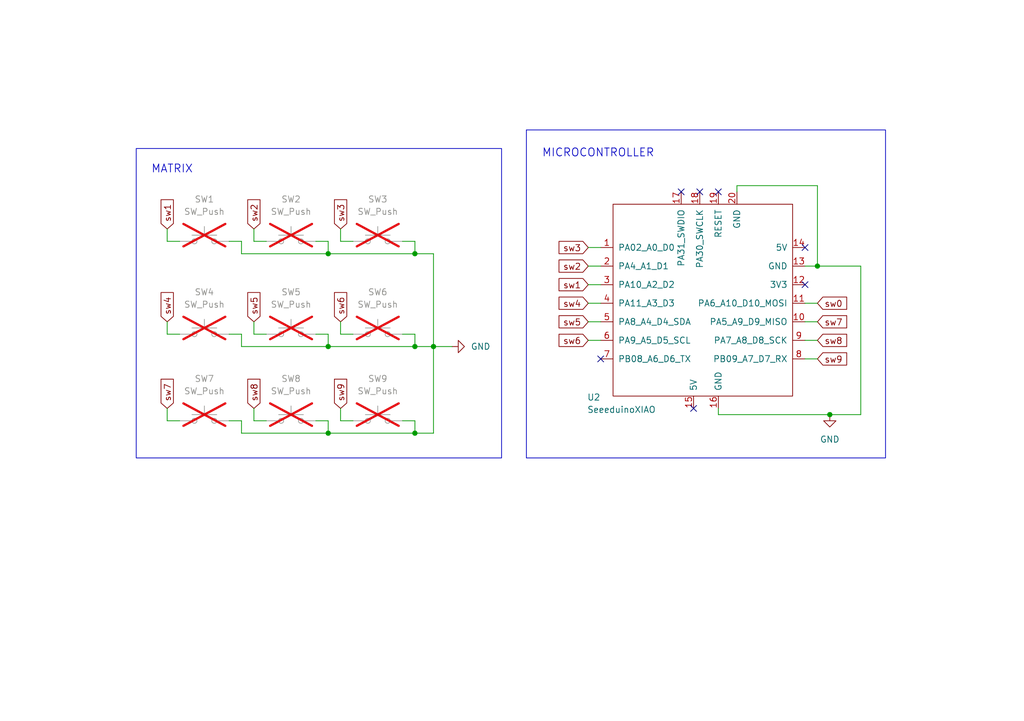
<source format=kicad_sch>
(kicad_sch (version 20231120) (generator "eeschema") (generator_version "8.0")
  (paper "A5")
  (title_block (title "Macro Keyboard 3x3") (date "2025-06-28") (rev "0.1"))
  (lib_symbols
    (symbol "Seeeduino XIAO:SeeeduinoXIAO" (pin_names (offset 1.016))
      (property "Reference" "U" (at -19.05 22.86 0))
      (property "Value" "SeeeduinoXIAO" (at -12.7 21.59 0))
      (symbol "SeeeduinoXIAO_0_1"
        (rectangle (start -19.05 20.32) (end 17.78 -19.05))
      )
      (symbol "SeeeduinoXIAO_1_1"
        (pin unspecified line (at -21.59 11.43 0) (length 2.54) (name "PA02_A0_D0") (number "1"))
        (pin unspecified line (at 20.32 -3.81 180) (length 2.54) (name "PA5_A9_D9_MISO") (number "10"))
        (pin unspecified line (at 20.32 0 180) (length 2.54) (name "PA6_A10_D10_MOSI") (number "11"))
        (pin unspecified line (at 20.32 3.81 180) (length 2.54) (name "3V3") (number "12"))
        (pin unspecified line (at 20.32 7.62 180) (length 2.54) (name "GND") (number "13"))
        (pin unspecified line (at 20.32 11.43 180) (length 2.54) (name "5V") (number "14"))
        (pin input line (at -2.54 -21.59 90) (length 2.54) (name "5V") (number "15"))
        (pin input line (at 2.54 -21.59 90) (length 2.54) (name "GND") (number "16"))
        (pin input line (at -5.08 22.86 270) (length 2.54) (name "PA31_SWDIO") (number "17"))
        (pin input line (at -1.27 22.86 270) (length 2.54) (name "PA30_SWCLK") (number "18"))
        (pin input line (at 2.54 22.86 270) (length 2.54) (name "RESET") (number "19"))
        (pin unspecified line (at -21.59 7.62 0) (length 2.54) (name "PA4_A1_D1") (number "2"))
        (pin input line (at 6.35 22.86 270) (length 2.54) (name "GND") (number "20"))
        (pin unspecified line (at -21.59 3.81 0) (length 2.54) (name "PA10_A2_D2") (number "3"))
        (pin unspecified line (at -21.59 0 0) (length 2.54) (name "PA11_A3_D3") (number "4"))
        (pin unspecified line (at -21.59 -3.81 0) (length 2.54) (name "PA8_A4_D4_SDA") (number "5"))
        (pin unspecified line (at -21.59 -7.62 0) (length 2.54) (name "PA9_A5_D5_SCL") (number "6"))
        (pin unspecified line (at -21.59 -11.43 0) (length 2.54) (name "PB08_A6_D6_TX") (number "7"))
        (pin unspecified line (at 20.32 -11.43 180) (length 2.54) (name "PB09_A7_D7_RX") (number "8"))
        (pin unspecified line (at 20.32 -7.62 180) (length 2.54) (name "PA7_A8_D8_SCK") (number "9"))
      )
    )
    (symbol "Switch:SW_Push" (pin_numbers hide) (pin_names (offset 1.016) hide)
      (property "Reference" "SW" (at 1.27 2.54 0))
      (property "Value" "SW_Push" (at 0 -1.524 0))
      (symbol "SW_Push_0_1"
        (circle (center -2.032 0) (radius 0.508))
        (polyline (pts (xy 0 1.27) (xy 0 3.048)))
        (polyline (pts (xy 2.54 1.27) (xy -2.54 1.27)))
        (circle (center 2.032 0) (radius 0.508))
        (pin passive line (at -5.08 0 0) (length 2.54) (name "1") (number "1"))
        (pin passive line (at 5.08 0 180) (length 2.54) (name "2") (number "2"))
      )
    )
    (symbol "power:GND" (power) (pin_numbers hide) (pin_names (offset 0) hide)
      (property "Value" "GND" (at 0 -3.81 0))
      (symbol "GND_0_1"
        (polyline (pts (xy 0 0) (xy 0 -1.27) (xy 1.27 -1.27) (xy 0 -2.54) (xy -1.27 -1.27) (xy 0 -1.27)))
      )
      (symbol "GND_1_1"
        (pin power_in line (at 0 0 270) (length 0) (name "~") (number "1"))
      )
    )
  )
  (junction (at 67.31 88.9))
  (junction (at 88.9 71.12))
  (junction (at 85.09 71.12))
  (junction (at 67.31 52.07))
  (junction (at 85.09 88.9))
  (junction (at 67.31 71.12))
  (junction (at 85.09 52.07))
  (junction (at 170.18 85.09))
  (junction (at 167.64 54.61))
  (no_connect (at 165.1 58.42))
  (no_connect (at 139.7 39.37))
  (no_connect (at 123.19 73.66))
  (no_connect (at 143.51 39.37))
  (no_connect (at 147.32 39.37))
  (no_connect (at 142.24 83.82))
  (no_connect (at 165.1 50.8))
  (wire (pts (xy 165.1 66.04) (xy 167.64 66.04)))
  (wire (pts (xy 88.9 88.9) (xy 85.09 88.9)))
  (wire (pts (xy 67.31 71.12) (xy 49.53 71.12)))
  (wire (pts (xy 49.53 88.9) (xy 49.53 86.36)))
  (wire (pts (xy 49.53 52.07) (xy 67.31 52.07)))
  (wire (pts (xy 67.31 52.07) (xy 85.09 52.07)))
  (wire (pts (xy 67.31 49.53) (xy 67.31 52.07)))
  (wire (pts (xy 120.65 50.8) (xy 123.19 50.8)))
  (wire (pts (xy 64.77 68.58) (xy 67.31 68.58)))
  (wire (pts (xy 54.61 68.58) (xy 52.07 68.58)))
  (wire (pts (xy 165.1 62.23) (xy 167.64 62.23)))
  (wire (pts (xy 69.85 66.04) (xy 69.85 68.58)))
  (wire (pts (xy 147.32 83.82) (xy 147.32 85.09)))
  (wire (pts (xy 85.09 68.58) (xy 85.09 71.12)))
  (wire (pts (xy 54.61 86.36) (xy 52.07 86.36)))
  (wire (pts (xy 46.99 68.58) (xy 49.53 68.58)))
  (wire (pts (xy 34.29 83.82) (xy 34.29 86.36)))
  (wire (pts (xy 88.9 52.07) (xy 88.9 71.12)))
  (wire (pts (xy 85.09 71.12) (xy 88.9 71.12)))
  (wire (pts (xy 49.53 71.12) (xy 49.53 68.58)))
  (wire (pts (xy 67.31 86.36) (xy 67.31 88.9)))
  (wire (pts (xy 165.1 73.66) (xy 167.64 73.66)))
  (wire (pts (xy 85.09 86.36) (xy 85.09 88.9)))
  (wire (pts (xy 69.85 46.99) (xy 69.85 49.53)))
  (wire (pts (xy 69.85 83.82) (xy 69.85 86.36)))
  (wire (pts (xy 120.65 58.42) (xy 123.19 58.42)))
  (wire (pts (xy 69.85 86.36) (xy 72.39 86.36)))
  (wire (pts (xy 120.65 54.61) (xy 123.19 54.61)))
  (wire (pts (xy 46.99 49.53) (xy 49.53 49.53)))
  (wire (pts (xy 176.53 54.61) (xy 176.53 85.09)))
  (wire (pts (xy 82.55 86.36) (xy 85.09 86.36)))
  (wire (pts (xy 36.83 86.36) (xy 34.29 86.36)))
  (wire (pts (xy 36.83 68.58) (xy 34.29 68.58)))
  (wire (pts (xy 52.07 83.82) (xy 52.07 86.36)))
  (wire (pts (xy 151.13 39.37) (xy 151.13 38.1)))
  (wire (pts (xy 151.13 38.1) (xy 167.64 38.1)))
  (wire (pts (xy 176.53 54.61) (xy 167.64 54.61)))
  (wire (pts (xy 85.09 88.9) (xy 67.31 88.9)))
  (wire (pts (xy 85.09 52.07) (xy 88.9 52.07)))
  (wire (pts (xy 67.31 68.58) (xy 67.31 71.12)))
  (wire (pts (xy 67.31 88.9) (xy 49.53 88.9)))
  (wire (pts (xy 167.64 38.1) (xy 167.64 54.61)))
  (wire (pts (xy 176.53 85.09) (xy 170.18 85.09)))
  (wire (pts (xy 120.65 69.85) (xy 123.19 69.85)))
  (wire (pts (xy 85.09 49.53) (xy 85.09 52.07)))
  (wire (pts (xy 64.77 49.53) (xy 67.31 49.53)))
  (wire (pts (xy 64.77 86.36) (xy 67.31 86.36)))
  (wire (pts (xy 49.53 49.53) (xy 49.53 52.07)))
  (wire (pts (xy 165.1 54.61) (xy 167.64 54.61)))
  (wire (pts (xy 165.1 69.85) (xy 167.64 69.85)))
  (wire (pts (xy 88.9 71.12) (xy 88.9 88.9)))
  (wire (pts (xy 67.31 71.12) (xy 85.09 71.12)))
  (wire (pts (xy 34.29 46.99) (xy 34.29 49.53)))
  (wire (pts (xy 36.83 49.53) (xy 34.29 49.53)))
  (wire (pts (xy 88.9 71.12) (xy 92.71 71.12)))
  (wire (pts (xy 72.39 68.58) (xy 69.85 68.58)))
  (wire (pts (xy 34.29 66.04) (xy 34.29 68.58)))
  (wire (pts (xy 54.61 49.53) (xy 52.07 49.53)))
  (wire (pts (xy 120.65 62.23) (xy 123.19 62.23)))
  (wire (pts (xy 120.65 66.04) (xy 123.19 66.04)))
  (wire (pts (xy 72.39 49.53) (xy 69.85 49.53)))
  (wire (pts (xy 52.07 46.99) (xy 52.07 49.53)))
  (wire (pts (xy 52.07 66.04) (xy 52.07 68.58)))
  (wire (pts (xy 82.55 68.58) (xy 85.09 68.58)))
  (wire (pts (xy 147.32 85.09) (xy 170.18 85.09)))
  (wire (pts (xy 82.55 49.53) (xy 85.09 49.53)))
  (wire (pts (xy 46.99 86.36) (xy 49.53 86.36)))
  (rectangle (start 27.94 30.48) (end 102.87 93.98))
  (rectangle (start 107.95 26.67) (end 181.61 93.98))
  (text "MICROCONTROLLER" (at 122.682 31.496 0) (effects (font (size 1.6256 1.6256))))
  (text "MATRIX" (at 35.306 34.798 0) (effects (font (size 1.6256 1.6256))))
  (global_label "sw1" (shape input) (at 34.29 46.99 90) (property "Intersheetrefs" "${INTERSHEET_REFS}" (effects (hide yes))))
  (global_label "sw4" (shape input) (at 34.29 66.04 90) (property "Intersheetrefs" "${INTERSHEET_REFS}" (effects (hide yes))))
  (global_label "sw8" (shape input) (at 52.07 83.82 90) (property "Intersheetrefs" "${INTERSHEET_REFS}" (effects (hide yes))))
  (global_label "sw5" (shape input) (at 52.07 66.04 90) (property "Intersheetrefs" "${INTERSHEET_REFS}" (effects (hide yes))))
  (global_label "sw6" (shape input) (at 69.85 66.04 90) (property "Intersheetrefs" "${INTERSHEET_REFS}" (effects (hide yes))))
  (global_label "sw3" (shape input) (at 120.65 50.8 180) (property "Intersheetrefs" "${INTERSHEET_REFS}" (effects (hide yes))))
  (global_label "sw3" (shape input) (at 69.85 46.99 90) (property "Intersheetrefs" "${INTERSHEET_REFS}" (effects (hide yes))))
  (global_label "sw6" (shape input) (at 120.65 69.85 180) (property "Intersheetrefs" "${INTERSHEET_REFS}" (effects (hide yes))))
  (global_label "sw9" (shape input) (at 69.85 83.82 90) (property "Intersheetrefs" "${INTERSHEET_REFS}" (effects (hide yes))))
  (global_label "sw9" (shape input) (at 167.64 73.66 0) (property "Intersheetrefs" "${INTERSHEET_REFS}" (effects (hide yes))))
  (global_label "sw7" (shape input) (at 34.29 83.82 90) (property "Intersheetrefs" "${INTERSHEET_REFS}" (effects (hide yes))))
  (global_label "sw2" (shape input) (at 52.07 46.99 90) (property "Intersheetrefs" "${INTERSHEET_REFS}" (effects (hide yes))))
  (global_label "sw2" (shape input) (at 120.65 54.61 180) (property "Intersheetrefs" "${INTERSHEET_REFS}" (effects (hide yes))))
  (global_label "sw5" (shape input) (at 120.65 66.04 180) (property "Intersheetrefs" "${INTERSHEET_REFS}" (effects (hide yes))))
  (global_label "sw7" (shape input) (at 167.64 66.04 0) (property "Intersheetrefs" "${INTERSHEET_REFS}" (effects (hide yes))))
  (global_label "sw1" (shape input) (at 120.65 58.42 180) (property "Intersheetrefs" "${INTERSHEET_REFS}" (effects (hide yes))))
  (global_label "sw0" (shape input) (at 167.64 62.23 0) (property "Intersheetrefs" "${INTERSHEET_REFS}" (effects (hide yes))))
  (global_label "sw4" (shape input) (at 120.65 62.23 180) (property "Intersheetrefs" "${INTERSHEET_REFS}" (effects (hide yes))))
  (global_label "sw8" (shape input) (at 167.64 69.85 0) (property "Intersheetrefs" "${INTERSHEET_REFS}" (effects (hide yes))))
  (symbol (lib_id "Switch:SW_Push") (at 77.47 68.58 0) (unit 1) (dnp yes)
    (property "Reference" "SW6" (at 77.47 59.944 0))
    (property "Value" "SW_Push" (at 77.47 62.484 0))
    (property "Footprint" "MX_Only:MXOnly-1U-Hotswap" (effects (hide yes)))
    (property "Description" "Push button switch, generic, two pins" (effects (hide yes)))
  )
  (symbol (lib_id "power:GND") (at 170.18 85.09 0) (unit 1)
    (property "Reference" "#PWR01" (effects (hide yes)))
    (property "Value" "GND" (at 170.18 90.17 0))
    (property "Description" "Power symbol creates a global label with name \"GND\" , ground" (effects (hide yes)))
  )
  (symbol (lib_id "Switch:SW_Push") (at 59.69 86.36 0) (unit 1) (dnp yes)
    (property "Reference" "SW8" (at 59.69 77.724 0))
    (property "Value" "SW_Push" (at 59.69 80.264 0))
    (property "Footprint" "MX_Only:MXOnly-1U-Hotswap" (effects (hide yes)))
    (property "Description" "Push button switch, generic, two pins" (effects (hide yes)))
  )
  (symbol (lib_id "Switch:SW_Push") (at 59.69 49.53 0) (unit 1) (dnp yes)
    (property "Reference" "SW2" (at 59.69 40.894 0))
    (property "Value" "SW_Push" (at 59.69 43.434 0))
    (property "Footprint" "MX_Only:MXOnly-1U-Hotswap" (effects (hide yes)))
    (property "Description" "Push button switch, generic, two pins" (effects (hide yes)))
  )
  (symbol (lib_id "Switch:SW_Push") (at 41.91 49.53 0) (unit 1) (dnp yes)
    (property "Reference" "SW1" (at 41.91 40.894 0))
    (property "Value" "SW_Push" (at 41.91 43.434 0))
    (property "Footprint" "MX_Only:MXOnly-1U-Hotswap" (effects (hide yes)))
    (property "Description" "Push button switch, generic, two pins" (effects (hide yes)))
  )
  (symbol (lib_id "Switch:SW_Push") (at 41.91 86.36 0) (unit 1) (dnp yes)
    (property "Reference" "SW7" (at 41.91 77.724 0))
    (property "Value" "SW_Push" (at 41.91 80.264 0))
    (property "Footprint" "MX_Only:MXOnly-1U-Hotswap" (effects (hide yes)))
    (property "Description" "Push button switch, generic, two pins" (effects (hide yes)))
  )
  (symbol (lib_id "Switch:SW_Push") (at 41.91 68.58 0) (unit 1) (dnp yes)
    (property "Reference" "SW4" (at 41.91 59.944 0))
    (property "Value" "SW_Push" (at 41.91 62.484 0))
    (property "Footprint" "MX_Only:MXOnly-1U-Hotswap" (effects (hide yes)))
    (property "Description" "Push button switch, generic, two pins" (effects (hide yes)))
  )
  (symbol (lib_id "power:GND") (at 92.71 71.12 90) (unit 1)
    (property "Reference" "#PWR06" (effects (hide yes)))
    (property "Value" "GND" (at 96.52 71.1199 90) (effects (justify right)))
    (property "Description" "Power symbol creates a global label with name \"GND\" , ground" (effects (hide yes)))
  )
  (symbol (lib_id "Switch:SW_Push") (at 59.69 68.58 0) (unit 1) (dnp yes)
    (property "Reference" "SW5" (at 59.69 59.944 0))
    (property "Value" "SW_Push" (at 59.69 62.484 0))
    (property "Footprint" "MX_Only:MXOnly-1U-Hotswap" (effects (hide yes)))
    (property "Description" "Push button switch, generic, two pins" (effects (hide yes)))
  )
  (symbol (lib_id "Seeeduino XIAO:SeeeduinoXIAO") (at 144.78 62.23 0) (unit 1)
    (property "Reference" "U2" (at 120.396 81.534 0) (effects (justify left)))
    (property "Value" "SeeeduinoXIAO" (at 120.396 84.074 0) (effects (justify left)))
    (property "Footprint" "Seeeduino XIAO KICAD:Seeeduino XIAO-MOUDLE14P-2.54-21X17.8MM" (effects (hide yes)))
  )
  (symbol (lib_id "Switch:SW_Push") (at 77.47 49.53 0) (unit 1) (dnp yes)
    (property "Reference" "SW3" (at 77.47 40.894 0))
    (property "Value" "SW_Push" (at 77.47 43.434 0))
    (property "Footprint" "MX_Only:MXOnly-1U-Hotswap" (effects (hide yes)))
    (property "Description" "Push button switch, generic, two pins" (effects (hide yes)))
  )
  (symbol (lib_id "Switch:SW_Push") (at 77.47 86.36 0) (unit 1) (dnp yes)
    (property "Reference" "SW9" (at 77.47 77.724 0))
    (property "Value" "SW_Push" (at 77.47 80.264 0))
    (property "Footprint" "MX_Only:MXOnly-1U-Hotswap" (effects (hide yes)))
    (property "Description" "Push button switch, generic, two pins" (effects (hide yes)))
  )
)
</source>
